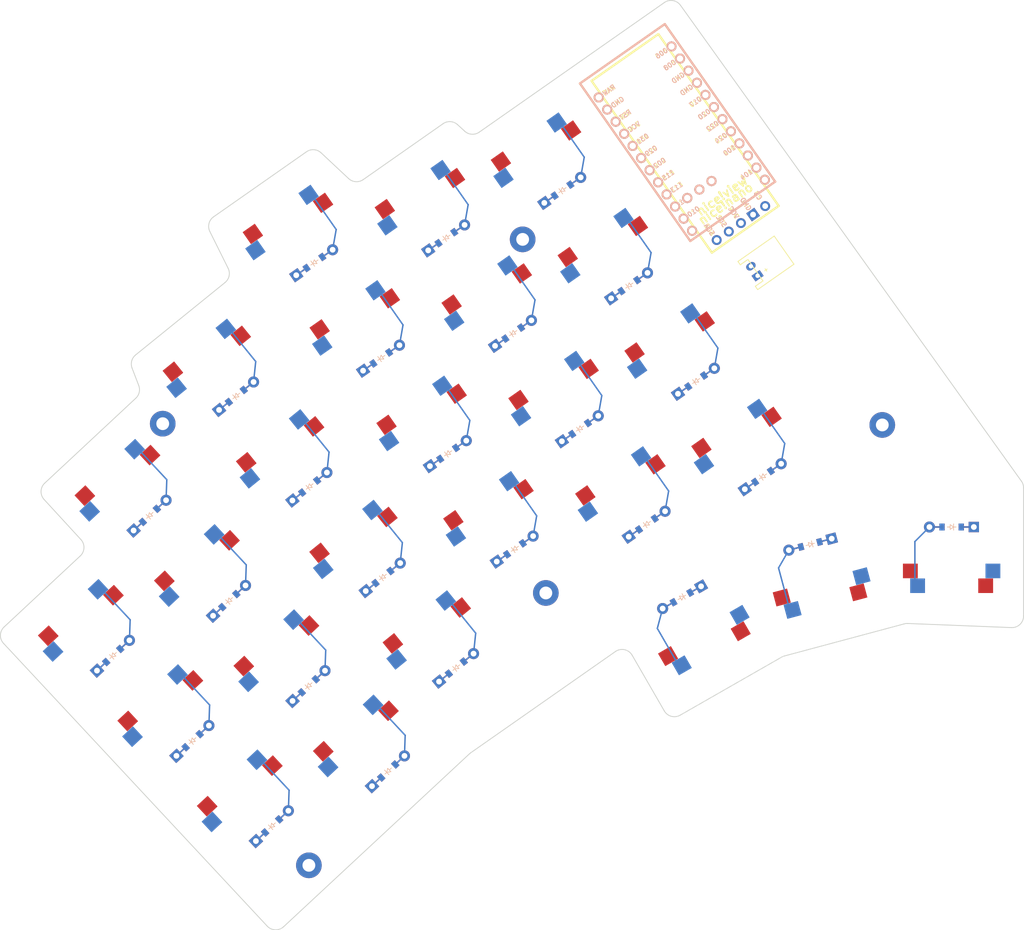
<source format=kicad_pcb>
(kicad_pcb (version 20241229) (generator "pcbnew") (generator_version "9.0")
  (title_block (title "proto1") (rev "v1.0.0") (company "Unknown"))
  (layers (0 "F.Cu" signal) (2 "B.Cu" signal) (13 "F.Paste" user) (15 "B.Paste" user) (5 "F.SilkS" user) (7 "B.SilkS" user) (1 "F.Mask" user) (3 "B.Mask" user) (25 "Edge.Cuts" user))
  (net 0 "")
  (net 1 "P113")
  (net 2 "outer_home")
  (net 3 "outer_num")
  (net 4 "outer_top")
  (net 5 "P111")
  (net 6 "pinky_bottom")
  (net 7 "pinky_home")
  (net 8 "pinky_num")
  (net 9 "pinky_top")
  (net 10 "P010")
  (net 11 "ring_bottom")
  (net 12 "ring_home")
  (net 13 "ring_num")
  (net 14 "ring_top")
  (net 15 "P009")
  (net 16 "middle_bottom")
  (net 17 "middle_home")
  (net 18 "middle_num")
  (net 19 "middle_top")
  (net 20 "P104")
  (net 21 "index_bottom")
  (net 22 "index_home")
  (net 23 "index_num")
  (net 24 "index_top")
  (net 25 "P008")
  (net 26 "inner_bottom")
  (net 27 "inner_home")
  (net 28 "inner_num")
  (net 29 "inner_top")
  (net 30 "layer_cluster")
  (net 31 "layer2_cluster")
  (net 32 "space_cluster")
  (net 33 "P002")
  (net 34 "P029")
  (net 35 "P031")
  (net 36 "P115")
  (net 37 "P106")
  (net 38 "RAW")
  (net 39 "GND")
  (net 40 "RST")
  (net 41 "VCC")
  (net 42 "P006")
  (net 43 "P017")
  (net 44 "P020")
  (net 45 "P022")
  (net 46 "P024")
  (net 47 "P100")
  (net 48 "P011")
  (net 49 "P101")
  (net 50 "P102")
  (net 51 "P107")
  (footprint "ComboDiode" (layer "F.Cu") (at 166.581264 103.085917 39)
    (property "Reference" "D11" (hide yes))
    (property "Value" "" (hide yes))
  )
  (footprint "HOLE_M2" (layer "F.Cu") (at 277.460692 108.062333 35)
    (property "Reference" "_3" (hide yes))
    (property "Value" "")
  )
  (footprint "MX" (layer "F.Cu") (at 266.392153 133.395939 -165)
    (property "Reference" "S25" (hide yes))
    (property "Value" "" (hide yes))
  )
  (footprint "MX" (layer "F.Cu") (at 155.677643 158.602511 43)
    (property "Reference" "S2" (hide yes))
    (property "Value" "" (hide yes))
  )
  (footprint "HOLE_M2" (layer "F.Cu") (at 179.036092 183.651362 43)
    (property "Reference" "_1" (hide yes))
    (property "Value" "")
  )
  (footprint "MX" (layer "F.Cu") (at 177.120805 76.081213 35)
    (property "Reference" "S15" (hide yes))
    (property "Value" "" (hide yes))
  )
  (footprint "ComboDiode" (layer "F.Cu") (at 204.340472 149.714671 39)
    (property "Reference" "D8" (hide yes))
    (property "Value" "" (hide yes))
  )
  (footprint "MX" (layer "F.Cu") (at 245.556322 141.999361 -150)
    (property "Reference" "S24" (hide yes))
    (property "Value" "" (hide yes))
  )
  (footprint "JST_PH_S2B-PH-K_02x2.00mm_Angled" (layer "F.Cu") (at 255.481123 81.641071 125)
    (property "Reference" "JST1" (hide yes))
    (property "Value" "" (hide yes))
  )
  (footprint "MX" (layer "F.Cu") (at 188.592338 92.464244 35)
    (property "Reference" "S14" (hide yes))
    (property "Value" "" (hide yes))
  )
  (footprint "MX" (layer "F.Cu") (at 175.605464 149.180614 43)
    (property "Reference" "S5" (hide yes))
    (property "Value" "" (hide yes))
  )
  (footprint "MX" (layer "F.Cu") (at 222.71504 104.584132 35)
    (property "Reference" "S17" (hide yes))
    (property "Value" "" (hide yes))
  )
  (footprint "MX" (layer "F.Cu") (at 148.32553 119.926468 43)
    (property "Reference" "S7" (hide yes))
    (property "Value" "" (hide yes))
  )
  (footprint "ComboDiode" (layer "F.Cu") (at 191.754065 134.171751 39)
    (property "Reference" "D9" (hide yes))
    (property "Value" "" (hide yes))
  )
  (footprint "ComboDiode" (layer "F.Cu") (at 179.015467 152.837382 43)
    (property "Reference" "D5" (hide yes))
    (property "Value" "" (hide yes))
  )
  (footprint "ComboDiode" (layer "F.Cu") (at 243.056323 137.669237 -150)
    (property "Reference" "D24" (hide yes))
    (property "Value" "" (hide yes))
  )
  (footprint "MX" (layer "F.Cu") (at 254.113232 112.813041 35)
    (property "Reference" "S20" (hide yes))
    (property "Value" "" (hide yes))
  )
  (footprint "MX" (layer "F.Cu") (at 176.021049 114.743112 39)
    (property "Reference" "S10" (hide yes))
    (property "Value" "" (hide yes))
  )
  (footprint "ComboDiode" (layer "F.Cu") (at 145.447671 147.632192 43)
    (property "Reference" "D3" (hide yes))
    (property "Value" "" (hide yes))
  )
  (footprint "ComboDiode" (layer "F.Cu") (at 225.582917 108.679889 35)
    (property "Reference" "D17" (hide yes))
    (property "Value" "" (hide yes))
  )
  (footprint "ComboDiode" (layer "F.Cu") (at 234.038065 84.142717 35)
    (property "Reference" "D22" (hide yes))
    (property "Value" "" (hide yes))
  )
  (footprint "ComboDiode" (layer "F.Cu") (at 245.509601 100.525757 35)
    (property "Reference" "D21" (hide yes))
    (property "Value" "" (hide yes))
  )
  (footprint "MX" (layer "F.Cu") (at 219.698664 63.663918 35)
    (property "Reference" "S23" (hide yes))
    (property "Value" "" (hide yes))
  )
  (footprint "MX" (layer "F.Cu") (at 211.535381 125.23033 35)
    (property "Reference" "S12" (hide yes))
    (property "Value" "" (hide yes))
  )
  (footprint "HOLE_M2" (layer "F.Cu") (at 215.727126 76.211018 35)
    (property "Reference" "_4" (hide yes))
    (property "Value" "")
  )
  (footprint "MX" (layer "F.Cu") (at 234.186558 120.967173 35)
    (property "Reference" "S16" (hide yes))
    (property "Value" "" (hide yes))
  )
  (footprint "MX" (layer "F.Cu") (at 201.193868 145.828946 39)
    (property "Reference" "S8" (hide yes))
    (property "Value" "" (hide yes))
  )
  (footprint "ComboDiode" (layer "F.Cu") (at 172.727616 176.886352 43)
    (property "Reference" "D1" (hide yes))
    (property "Value" "" (hide yes))
  )
  (footprint "nice_nano" (layer "F.Cu") (at 243.046102 58.913215 -55)
    (property "Reference" "MCU1" (hide yes))
    (property "Value" "nice_nano" (hide yes))
  )
  (footprint "ComboDiode" (layer "F.Cu") (at 159.087644 162.259269 43)
    (property "Reference" "D2" (hide yes))
    (property "Value" "" (hide yes))
  )
  (footprint "MX" (layer "F.Cu") (at 200.063857 108.847294 35)
    (property "Reference" "S13" (hide yes))
    (property "Value" "" (hide yes))
  )
  (footprint "ComboDiode" (layer "F.Cu") (at 214.403281 129.326102 35)
    (property "Reference" "D12" (hide yes))
    (property "Value" "" (hide yes))
  )
  (footprint "ComboDiode" (layer "F.Cu") (at 179.988691 80.176966 35)
    (property "Reference" "D15" (hide yes))
    (property "Value" "" (hide yes))
  )
  (footprint "ComboDiode" (layer "F.Cu") (at 202.931748 112.943058 35)
    (property "Reference" "D13" (hide yes))
    (property "Value" "" (hide yes))
  )
  (footprint "ComboDiode" (layer "F.Cu") (at 202.639854 75.913813 35)
    (property "Reference" "D19" (hide yes))
    (property "Value" "" (hide yes))
  )
  (footprint "ComboDiode" (layer "F.Cu") (at 179.167657 118.628831 39)
    (property "Reference" "D10" (hide yes))
    (property "Value" "" (hide yes))
  )
  (footprint "ComboDiode" (layer "F.Cu") (at 214.111387 92.296848 35)
    (property "Reference" "D18" (hide yes))
    (property "Value" "" (hide yes))
  )
  (footprint "MX" (layer "F.Cu") (at 189.24544 163.807683 43)
    (property "Reference" "S4" (hide yes))
    (property "Value" "" (hide yes))
  )
  (footprint "ComboDiode" (layer "F.Cu") (at 151.735522 123.583228 43)
    (property "Reference" "D7" (hide yes))
    (property "Value" "" (hide yes))
  )
  (footprint "HOLE_M2" (layer "F.Cu") (at 219.708855 136.903252 35)
    (property "Reference" "_2" (hide yes))
    (property "Value" "")
  )
  (footprint "MX" (layer "F.Cu") (at 231.170181 80.046958 35)
    (property "Reference" "S22" (hide yes))
    (property "Value" "" (hide yes))
  )
  (footprint "MX" (layer "F.Cu") (at 188.607458 130.286023 39)
    (property "Reference" "S9" (hide yes))
    (property "Value" "" (hide yes))
  )
  (footprint "MX" (layer "F.Cu") (at 169.317622 173.22957 43)
    (property "Reference" "S1" (hide yes))
    (property "Value" "" (hide yes))
  )
  (footprint "ComboDiode" (layer "F.Cu") (at 265.09805 128.566318 -165)
    (property "Reference" "D25" (hide yes))
    (property "Value" "" (hide yes))
  )
  (footprint "MX" (layer "F.Cu") (at 142.03768 143.975431 43)
    (property "Reference" "S3" (hide yes))
    (property "Value" "" (hide yes))
  )
  (footprint "ComboDiode" (layer "F.Cu") (at 191.46022 96.560009 35)
    (property "Reference" "D14" (hide yes))
    (property "Value" "" (hide yes))
  )
  (footprint "HOLE_M2" (layer "F.Cu") (at 153.947766 107.847015 43)
    (property "Reference" "_5" (hide yes))
    (property "Value" "")
  )
  (footprint "ComboDiode" (layer "F.Cu") (at 192.655433 167.464451 43)
    (property "Reference" "D4" (hide yes))
    (property "Value" "" (hide yes))
  )
  (footprint "ComboDiode" (layer "F.Cu") (at 165.375484 138.210316 43)
    (property "Reference" "D6" (hide yes))
    (property "Value" "" (hide yes))
  )
  (footprint "MX" (layer "F.Cu") (at 163.434652 99.200188 39)
    (property "Reference" "S11" (hide yes))
    (property "Value" "" (hide yes))
  )
  (footprint "ComboDiode" (layer "F.Cu") (at 237.054441 125.06293 35)
    (property "Reference" "D16" (hide yes))
    (property "Value" "" (hide yes))
  )
  (footprint "MX" (layer "F.Cu") (at 161.965501 134.553524 43)
    (property "Reference" "S6" (hide yes))
    (property "Value" "" (hide yes))
  )
  (footprint "ComboDiode" (layer "F.Cu") (at 256.981127 116.908802 35)
    (property "Reference" "D20" (hide yes))
    (property "Value" "" (hide yes))
  )
  (footprint "MX" (layer "F.Cu") (at 199.771977 71.81805 35)
    (property "Reference" "S19" (hide yes))
    (property "Value" "" (hide yes))
  )
  (footprint "ComboDiode" (layer "F.Cu") (at 289.363406 125.581814 180)
    (property "Reference" "D26" (hide yes))
    (property "Value" "" (hide yes))
  )
  (footprint "MX" (layer "F.Cu") (at 289.363402 130.581808 180)
    (property "Reference" "S26" (hide yes))
    (property "Value" "" (hide yes))
  )
  (footprint "lib:niceView_headers" (layer "F.Cu") (at 253.94406 74.477103 125)
    (property "Reference" "niceView1" (hide yes))
    (property "Value" "niceView" (hide yes))
  )
  (footprint "ComboDiode" (layer "F.Cu") (at 222.566538 67.759681 35)
    (property "Reference" "D23" (hide yes))
    (property "Value" "" (hide yes))
  )
  (footprint "MX" (layer "F.Cu") (at 211.243507 88.201092 35)
    (property "Reference" "S18" (hide yes))
    (property "Value" "" (hide yes))
  )
  (footprint "MX" (layer "F.Cu") (at 242.641708 96.429996 35)
    (property "Reference" "S21" (hide yes))
    (property "Value" "" (hide yes))
  )
  (gr_arc (start 301.33922 117.709524) (mid 301.617558 118.262597) (end 301.7134 118.874296) (stroke (width 0.15)) (layer "Edge.Cuts"))
  (gr_arc (start 202.0627 56.358263) (mid 203.341273 56.000886) (end 204.561942 56.522837) (stroke (width 0.15)) (layer "Edge.Cuts"))
  (gr_arc (start 208.278716 57.804452) (mid 207.000144 58.161835) (end 205.779476 57.639884) (stroke (width 0.15)) (layer "Edge.Cuts"))
  (gr_arc (start 162.038912 74.86403) (mid 161.891499 73.480189) (end 162.682544 72.335202) (stroke (width 0.15)) (layer "Edge.Cuts"))
  (gr_arc (start 174.705958 194.187075) (mid 173.272675 194.721613) (end 171.880861 194.086876) (stroke (width 0.15)) (layer "Edge.Cuts"))
  (gr_line (start 240.039834 157.144516) (end 234.526959 147.595949) (stroke (width 0.15)) (layer "Edge.Cuts"))
  (gr_line (start 149.830652 101.296704) (end 148.689017 98.311409) (stroke (width 0.15)) (layer "Edge.Cuts"))
  (gr_arc (start 240.049781 35.558112) (mid 241.533585 35.224956) (end 242.822749 36.031634) (stroke (width 0.15)) (layer "Edge.Cuts"))
  (gr_line (start 231.648158 146.957375) (end 206.814202 164.337519) (stroke (width 0.15)) (layer "Edge.Cuts"))
  (gr_line (start 139.902031 127.733691) (end 133.590245 120.862267) (stroke (width 0.15)) (layer "Edge.Cuts"))
  (gr_arc (start 242.765082 157.880466) (mid 241.250465 158.075336) (end 240.039834 157.144516) (stroke (width 0.15)) (layer "Edge.Cuts"))
  (gr_line (start 165.175638 81.171738) (end 162.038913 74.86403) (stroke (width 0.15)) (layer "Edge.Cuts"))
  (gr_line (start 149.298448 96.042737) (end 164.643473 83.616568) (stroke (width 0.15)) (layer "Edge.Cuts"))
  (gr_arc (start 301.71341 140.850699) (mid 301.099237 142.292736) (end 299.633932 142.849119) (stroke (width 0.15)) (layer "Edge.Cuts"))
  (gr_line (start 204.561942 56.522837) (end 205.779476 57.639884) (stroke (width 0.15)) (layer "Edge.Cuts"))
  (gr_arc (start 139.90203 127.73369) (mid 140.427616 129.16396) (end 139.793112 130.549356) (stroke (width 0.15)) (layer "Edge.Cuts"))
  (gr_line (start 281.224249 142.207348) (end 260.662755 147.716788) (stroke (width 0.15)) (layer "Edge.Cuts"))
  (gr_arc (start 165.175639 81.171735) (mid 165.339085 82.487647) (end 164.643473 83.616568) (stroke (width 0.15)) (layer "Edge.Cuts"))
  (gr_arc (start 231.648157 146.957379) (mid 233.228026 146.643412) (end 234.526959 147.595949) (stroke (width 0.15)) (layer "Edge.Cuts"))
  (gr_line (start 162.682544 72.335202) (end 178.619732 61.175857) (stroke (width 0.15)) (layer "Edge.Cuts"))
  (gr_line (start 206.598573 164.511905) (end 174.705955 194.187073) (stroke (width 0.15)) (layer "Edge.Cuts"))
  (gr_line (start 133.699167 118.04659) (end 149.326594 103.473792) (stroke (width 0.15)) (layer "Edge.Cuts"))
  (gr_arc (start 178.619732 61.175857) (mid 179.908339 60.819167) (end 181.133729 61.354104) (stroke (width 0.15)) (layer "Edge.Cuts"))
  (gr_line (start 208.278714 57.804454) (end 240.049781 35.558114) (stroke (width 0.15)) (layer "Edge.Cuts"))
  (gr_line (start 242.822749 36.031634) (end 301.339222 117.709525) (stroke (width 0.15)) (layer "Edge.Cuts"))
  (gr_line (start 126.727498 142.733247) (end 139.793112 130.549356) (stroke (width 0.15)) (layer "Edge.Cuts"))
  (gr_arc (start 260.187201 147.91268) (mid 260.418656 147.799385) (end 260.662756 147.716789) (stroke (width 0.15)) (layer "Edge.Cuts"))
  (gr_arc (start 148.689019 98.311407) (mid 148.62556 97.078169) (end 149.298448 96.042737) (stroke (width 0.15)) (layer "Edge.Cuts"))
  (gr_arc (start 188.365635 65.949059) (mid 187.077033 66.305751) (end 185.851653 65.770816) (stroke (width 0.15)) (layer "Edge.Cuts"))
  (gr_line (start 188.365639 65.94906) (end 202.062703 56.358264) (stroke (width 0.15)) (layer "Edge.Cuts"))
  (gr_arc (start 133.590246 120.862267) (mid 133.064664 119.431993) (end 133.699167 118.04659) (stroke (width 0.15)) (layer "Edge.Cuts"))
  (gr_arc (start 126.628776 145.559964) (mid 126.0927 144.126158) (end 126.727498 142.733247) (stroke (width 0.15)) (layer "Edge.Cuts"))
  (gr_line (start 171.880861 194.086876) (end 126.628772 145.559961) (stroke (width 0.15)) (layer "Edge.Cuts"))
  (gr_arc (start 149.830652 101.296704) (mid 149.911047 102.462213) (end 149.326594 103.473792) (stroke (width 0.15)) (layer "Edge.Cuts"))
  (gr_arc (start 281.224249 142.207348) (mid 281.520294 142.151511) (end 281.821367 142.140787) (stroke (width 0.15)) (layer "Edge.Cuts"))
  (gr_line (start 181.133729 61.354104) (end 185.851653 65.770816) (stroke (width 0.15)) (layer "Edge.Cuts"))
  (gr_line (start 301.7134 118.874296) (end 301.713408 140.850701) (stroke (width 0.15)) (layer "Edge.Cuts"))
  (gr_line (start 299.633932 142.849119) (end 281.821367 142.140787) (stroke (width 0.15)) (layer "Edge.Cuts"))
  (gr_arc (start 206.598573 164.511905) (mid 206.703364 164.420973) (end 206.814202 164.337519) (stroke (width 0.15)) (layer "Edge.Cuts"))
  (gr_line (start 260.187201 147.91268) (end 242.765079 157.880467) (stroke (width 0.15)) (layer "Edge.Cuts"))
  (segment (start 173.934339 175.761044) (end 175.514071 174.287937) (width 0.25) (layer "F.Cu") (net 2))
  (segment (start 175.514078 174.287941) (end 175.637309 170.758929) (width 0.25) (layer "B.Cu") (net 2))
  (segment (start 173.934348 175.761049) (end 175.514076 174.287939) (width 0.25) (layer "B.Cu") (net 2))
  (segment (start 175.637309 170.758929) (end 170.78271 165.553001) (width 0.25) (layer "B.Cu") (net 2))
  (segment (start 170.78271 165.553001) (end 170.125639 165.530061) (width 0.25) (layer "B.Cu") (net 2))
  (segment (start 161.8741 159.660855) (end 160.294366 161.133973) (width 0.25) (layer "F.Cu") (net 3))
  (segment (start 161.874102 159.660857) (end 160.294373 161.133974) (width 0.25) (layer "B.Cu") (net 3))
  (segment (start 157.142731 150.925938) (end 156.485658 150.902998) (width 0.25) (layer "B.Cu") (net 3))
  (segment (start 161.8741 159.660859) (end 161.997333 156.131871) (width 0.25) (layer "B.Cu") (net 3))
  (segment (start 161.997333 156.131871) (end 157.142731 150.925938) (width 0.25) (layer "B.Cu") (net 3))
  (segment (start 146.6544 146.506896) (end 148.234139 145.033787) (width 0.25) (layer "F.Cu") (net 4))
  (segment (start 148.234133 145.033778) (end 148.241581 145.026827) (width 0.25) (layer "F.Cu") (net 4))
  (segment (start 148.241581 145.026827) (end 148.45057 145.034128) (width 0.25) (layer "F.Cu") (net 4))
  (segment (start 148.357367 141.504793) (end 143.50276 136.298865) (width 0.25) (layer "B.Cu") (net 4))
  (segment (start 148.234133 145.033778) (end 148.357367 141.504793) (width 0.25) (layer "B.Cu") (net 4))
  (segment (start 146.654403 146.506899) (end 148.234133 145.033782) (width 0.25) (layer "B.Cu") (net 4))
  (segment (start 143.50276 136.298865) (end 142.845695 136.275923) (width 0.25) (layer "B.Cu") (net 4))
  (segment (start 193.862154 166.339145) (end 195.441882 164.866035) (width 0.25) (layer "F.Cu") (net 6))
  (segment (start 190.710521 156.131119) (end 190.053453 156.108175) (width 0.25) (layer "B.Cu") (net 6))
  (segment (start 195.441887 164.866041) (end 195.565125 161.33704) (width 0.25) (layer "B.Cu") (net 6))
  (segment (start 195.565125 161.33704) (end 190.710521 156.131119) (width 0.25) (layer "B.Cu") (net 6))
  (segment (start 193.862159 166.339151) (end 195.441888 164.866037) (width 0.25) (layer "B.Cu") (net 6))
  (segment (start 181.801914 150.238969) (end 180.222193 151.712074) (width 0.25) (layer "F.Cu") (net 7))
  (segment (start 181.925156 146.709984) (end 177.070546 141.504049) (width 0.25) (layer "B.Cu") (net 7))
  (segment (start 181.801918 150.238966) (end 180.222194 151.712078) (width 0.25) (layer "B.Cu") (net 7))
  (segment (start 181.801923 150.238968) (end 181.925156 146.709984) (width 0.25) (layer "B.Cu") (net 7))
  (segment (start 177.070546 141.504049) (end 176.413479 141.481106) (width 0.25) (layer "B.Cu") (net 7))
  (segment (start 166.582224 137.085012) (end 168.16195 135.611894) (width 0.25) (layer "F.Cu") (net 8))
  (segment (start 166.582222 137.08501) (end 168.161947 135.611893) (width 0.25) (layer "B.Cu") (net 8))
  (segment (start 168.285178 132.082884) (end 163.430582 126.87696) (width 0.25) (layer "B.Cu") (net 8))
  (segment (start 163.430582 126.87696) (end 162.773513 126.854013) (width 0.25) (layer "B.Cu") (net 8))
  (segment (start 168.161943 135.611901) (end 168.285178 132.082884) (width 0.25) (layer "B.Cu") (net 8))
  (segment (start 154.521983 120.984807) (end 152.942251 122.457934) (width 0.25) (layer "F.Cu") (net 9))
  (segment (start 154.521984 120.984815) (end 154.645215 117.455821) (width 0.25) (layer "B.Cu") (net 9))
  (segment (start 154.521982 120.984806) (end 152.942249 122.457931) (width 0.25) (layer "B.Cu") (net 9))
  (segment (start 154.645215 117.455821) (end 149.790613 112.249904) (width 0.25) (layer "B.Cu") (net 9))
  (segment (start 149.790613 112.249904) (end 149.133547 112.226955) (width 0.25) (layer "B.Cu") (net 9))
  (segment (start 207.301389 147.316956) (end 205.622761 148.676298) (width 0.25) (layer "F.Cu") (net 11))
  (segment (start 203.190872 138.273277) (end 202.537006 138.204553) (width 0.25) (layer "B.Cu") (net 11))
  (segment (start 207.301399 147.316959) (end 207.670501 143.805165) (width 0.25) (layer "B.Cu") (net 11))
  (segment (start 207.670501 143.805165) (end 203.190872 138.273277) (width 0.25) (layer "B.Cu") (net 11))
  (segment (start 207.301397 147.316961) (end 205.622763 148.676292) (width 0.25) (layer "B.Cu") (net 11))
  (segment (start 193.036355 133.133375) (end 194.714984 131.774045) (width 0.25) (layer "F.Cu") (net 12))
  (segment (start 190.604462 122.73036) (end 189.950599 122.661634) (width 0.25) (layer "B.Cu") (net 12))
  (segment (start 195.084098 128.262245) (end 190.604462 122.73036) (width 0.25) (layer "B.Cu") (net 12))
  (segment (start 194.714991 131.774041) (end 195.084098 128.262245) (width 0.25) (layer "B.Cu") (net 12))
  (segment (start 193.036357 133.133375) (end 194.714986 131.774043) (width 0.25) (layer "B.Cu") (net 12))
  (segment (start 182.128588 116.23113) (end 180.449944 117.59046) (width 0.25) (layer "F.Cu") (net 13))
  (segment (start 182.128588 116.231126) (end 182.497689 112.719338) (width 0.25) (layer "B.Cu") (net 13))
  (segment (start 182.128587 116.231128) (end 180.449944 117.590457) (width 0.25) (layer "B.Cu") (net 13))
  (segment (start 182.497689 112.719338) (end 178.018052 107.187446) (width 0.25) (layer "B.Cu") (net 13))
  (segment (start 178.018052 107.187446) (end 177.364188 107.118725) (width 0.25) (layer "B.Cu") (net 13))
  (segment (start 167.863549 102.047544) (end 169.542173 100.688202) (width 0.25) (layer "F.Cu") (net 14))
  (segment (start 169.542187 100.688204) (end 169.911292 97.176414) (width 0.25) (layer "B.Cu") (net 14))
  (segment (start 169.911292 97.176414) (end 165.431653 91.644523) (width 0.25) (layer "B.Cu") (net 14))
  (segment (start 165.431653 91.644523) (end 164.77779 91.5758) (width 0.25) (layer "B.Cu") (net 14))
  (segment (start 167.863549 102.047545) (end 169.542179 100.688208) (width 0.25) (layer "B.Cu") (net 14))
  (segment (start 215.754873 128.379681) (end 217.524249 127.140768) (width 0.25) (layer "F.Cu") (net 16))
  (segment (start 217.524246 127.140777) (end 218.13742 123.663283) (width 0.25) (layer "B.Cu") (net 16))
  (segment (start 215.754884 128.379697) (end 217.524249 127.140775) (width 0.25) (layer "B.Cu") (net 16))
  (segment (start 214.054579 117.832374) (end 213.407098 117.718209) (width 0.25) (layer "B.Cu") (net 16))
  (segment (start 218.13742 123.663283) (end 214.054579 117.832374) (width 0.25) (layer "B.Cu") (net 16))
  (segment (start 206.052715 110.757724) (end 204.283341 111.996653) (width 0.25) (layer "F.Cu") (net 17))
  (segment (start 206.665896 107.280237) (end 202.583057 101.449338) (width 0.25) (layer "B.Cu") (net 17))
  (segment (start 206.052716 110.757732) (end 206.665896 107.280237) (width 0.25) (layer "B.Cu") (net 17))
  (segment (start 206.052715 110.757734) (end 204.283344 111.996657) (width 0.25) (layer "B.Cu") (net 17))
  (segment (start 202.583057 101.449338) (end 201.935573 101.335168) (width 0.25) (layer "B.Cu") (net 17))
  (segment (start 194.581187 94.374683) (end 192.811816 95.613612) (width 0.25) (layer "F.Cu") (net 18))
  (segment (start 191.111536 85.066287) (end 190.464057 84.952116) (width 0.25) (layer "B.Cu") (net 18))
  (segment (start 194.581189 94.374678) (end 192.811813 95.613606) (width 0.25) (layer "B.Cu") (net 18))
  (segment (start 194.581185 94.374685) (end 195.194364 90.897175) (width 0.25) (layer "B.Cu") (net 18))
  (segment (start 195.194364 90.897175) (end 191.111536 85.066287) (width 0.25) (layer "B.Cu") (net 18))
  (segment (start 183.109656 77.991639) (end 181.340294 79.230577) (width 0.25) (layer "F.Cu") (net 19))
  (segment (start 183.72284 74.514145) (end 179.64 68.683253) (width 0.25) (layer "B.Cu") (net 19))
  (segment (start 181.340292 79.230566) (end 183.109657 77.991637) (width 0.25) (layer "B.Cu") (net 19))
  (segment (start 183.109665 77.99164) (end 183.72284 74.514145) (width 0.25) (layer "B.Cu") (net 19))
  (segment (start 179.64 68.683253) (end 178.992522 68.569084) (width 0.25) (layer "B.Cu") (net 19))
  (segment (start 240.17541 122.877602) (end 238.40604 124.116531) (width 0.25) (layer "F.Cu") (net 21))
  (segment (start 240.175414 122.877601) (end 238.406036 124.11653) (width 0.25) (layer "B.Cu") (net 21))
  (segment (start 240.175413 122.877602) (end 240.788586 119.400103) (width 0.25) (layer "B.Cu") (net 21))
  (segment (start 240.788586 119.400103) (end 236.705754 113.569215) (width 0.25) (layer "B.Cu") (net 21))
  (segment (start 236.705754 113.569215) (end 236.058274 113.455044) (width 0.25) (layer "B.Cu") (net 21))
  (segment (start 226.93451 107.733492) (end 228.70388 106.494563) (width 0.25) (layer "F.Cu") (net 22))
  (segment (start 229.317067 103.017056) (end 225.234236 97.186175) (width 0.25) (layer "B.Cu") (net 22))
  (segment (start 225.234236 97.186175) (end 224.586758 97.072003) (width 0.25) (layer "B.Cu") (net 22))
  (segment (start 228.703882 106.494566) (end 229.317067 103.017056) (width 0.25) (layer "B.Cu") (net 22))
  (segment (start 226.934514 107.733492) (end 228.703879 106.494563) (width 0.25) (layer "B.Cu") (net 22))
  (segment (start 217.232353 90.111523) (end 215.462986 91.35044) (width 0.25) (layer "F.Cu") (net 23))
  (segment (start 217.232357 90.111519) (end 215.462986 91.350439) (width 0.25) (layer "B.Cu") (net 23))
  (segment (start 217.852316 86.59554) (end 213.801183 80.809916) (width 0.25) (layer "B.Cu") (net 23))
  (segment (start 213.801183 80.809916) (end 213.115224 80.688966) (width 0.25) (layer "B.Cu") (net 23))
  (segment (start 217.232356 90.11152) (end 217.852316 86.59554) (width 0.25) (layer "B.Cu") (net 23))
  (segment (start 203.991453 74.967413) (end 205.760821 73.728475) (width 0.25) (layer "F.Cu") (net 24))
  (segment (start 202.291176 64.420094) (end 201.643691 64.305926) (width 0.25) (layer "B.Cu") (net 24))
  (segment (start 203.991457 74.967405) (end 205.760833 73.728483) (width 0.25) (layer "B.Cu") (net 24))
  (segment (start 206.374002 70.25098) (end 202.291176 64.420094) (width 0.25) (layer "B.Cu") (net 24))
  (segment (start 205.760827 73.72849) (end 206.374002 70.25098) (width 0.25) (layer "B.Cu") (net 24))
  (segment (start 260.102087 114.723471) (end 258.332724 115.962404) (width 0.25) (layer "F.Cu") (net 26))
  (segment (start 256.632431 105.415083) (end 255.98495 105.300917) (width 0.25) (layer "B.Cu") (net 26))
  (segment (start 260.102093 114.723475) (end 260.715269 111.245981) (width 0.25) (layer "B.Cu") (net 26))
  (segment (start 260.102086 114.723481) (end 258.332723 115.962398) (width 0.25) (layer "B.Cu") (net 26))
  (segment (start 260.715269 111.245981) (end 256.632431 105.415083) (width 0.25) (layer "B.Cu") (net 26))
  (segment (start 246.861193 99.579371) (end 248.630563 98.34043) (width 0.25) (layer "F.Cu") (net 27))
  (segment (start 246.861199 99.579363) (end 248.630565 98.340431) (width 0.25) (layer "B.Cu") (net 27))
  (segment (start 245.160911 89.032032) (end 244.513427 88.917868) (width 0.25) (layer "B.Cu") (net 27))
  (segment (start 249.243746 94.862935) (end 245.160911 89.032032) (width 0.25) (layer "B.Cu") (net 27))
  (segment (start 248.630571 98.340428) (end 249.243746 94.862935) (width 0.25) (layer "B.Cu") (net 27))
  (segment (start 237.159032 81.957395) (end 235.389669 83.196317) (width 0.25) (layer "F.Cu") (net 28))
  (segment (start 233.689376 72.648996) (end 233.041898 72.534834) (width 0.25) (layer "B.Cu") (net 28))
  (segment (start 237.159032 81.957394) (end 235.389663 83.19632) (width 0.25) (layer "B.Cu") (net 28))
  (segment (start 237.772213 78.479889) (end 233.689376 72.648996) (width 0.25) (layer "B.Cu") (net 28))
  (segment (start 237.159035 81.95739) (end 237.772213 78.479889) (width 0.25) (layer "B.Cu") (net 28))
  (segment (start 223.918134 66.813272) (end 225.687503 65.574356) (width 0.25) (layer "F.Cu") (net 29))
  (segment (start 223.918138 66.813284) (end 225.687509 65.574359) (width 0.25) (layer "B.Cu") (net 29))
  (segment (start 225.687508 65.574356) (end 226.300688 62.09684) (width 0.25) (layer "B.Cu") (net 29))
  (segment (start 226.300688 62.09684) (end 222.217861 56.265962) (width 0.25) (layer "B.Cu") (net 29))
  (segment (start 222.217861 56.265962) (end 221.570383 56.151793) (width 0.25) (layer "B.Cu") (net 29))
  (segment (start 239.756769 139.574239) (end 241.627389 138.494236) (width 0.25) (layer "F.Cu") (net 30))
  (segment (start 239.756764 139.574244) (end 241.62738 138.49424) (width 0.25) (layer "B.Cu") (net 30))
  (segment (start 239.756765 139.574239) (end 238.842838 142.98506) (width 0.25) (layer "B.Cu") (net 30))
  (segment (start 238.842838 142.98506) (end 242.401938 149.149603) (width 0.25) (layer "B.Cu") (net 30))
  (segment (start 242.401938 149.149603) (end 243.037002 149.319768) (width 0.25) (layer "B.Cu") (net 30))
  (segment (start 261.417883 129.552422) (end 263.504279 128.993374) (width 0.25) (layer "F.Cu") (net 31))
  (segment (start 261.494631 139.486127) (end 262.064015 139.81486) (width 0.25) (layer "B.Cu") (net 31))
  (segment (start 261.417879 129.55242) (end 263.504272 128.993376) (width 0.25) (layer "B.Cu") (net 31))
  (segment (start 261.417876 129.552417) (end 259.652304 132.610471) (width 0.25) (layer "B.Cu") (net 31))
  (segment (start 259.652304 132.610471) (end 261.494631 139.486127) (width 0.25) (layer "B.Cu") (net 31))
  (segment (start 287.7134 125.581805) (end 287.713405 125.581806) (width 0.25) (layer "F.Cu") (net 32))
  (segment (start 285.553413 125.581803) (end 287.7134 125.581805) (width 0.25) (layer "F.Cu") (net 32))
  (segment (start 283.056501 128.078717) (end 283.056501 135.196905) (width 0.25) (layer "B.Cu") (net 32))
  (segment (start 287.713403 125.581811) (end 287.713403 125.581809) (width 0.25) (layer "B.Cu") (net 32))
  (segment (start 283.056501 135.196905) (end 283.521404 135.661808) (width 0.25) (layer "B.Cu") (net 32))
  (segment (start 285.553406 125.581812) (end 283.056501 128.078717) (width 0.25) (layer "B.Cu") (net 32))
  (segment (start 285.553408 125.581807) (end 287.713403 125.581811) (width 0.25) (layer "B.Cu") (net 32))
  (segment (start 242.388635 102.71109) (end 244.157994 101.472154) (width 0.25) (layer "F.Cu") (net 33))
  (segment (start 201.580141 113.889462) (end 199.810779 115.128376) (width 0.25) (layer "F.Cu") (net 33))
  (segment (start 222.461934 110.865214) (end 224.231308 109.626289) (width 0.25) (layer "F.Cu") (net 33))
  (segment (start 169.941143 179.484763) (end 171.520871 178.011652) (width 0.25) (layer "F.Cu") (net 33))
  (segment (start 188.793135 136.569474) (end 190.471775 135.210139) (width 0.25) (layer "F.Cu") (net 33))
  (segment (start 177.808726 153.96267) (end 176.228996 155.435792) (width 0.25) (layer "F.Cu") (net 33))
  (segment (start 242.388635 102.711085) (end 244.157998 101.472154) (width 0.25) (layer "B.Cu") (net 33))
  (segment (start 201.580148 113.88946) (end 199.810779 115.128382) (width 0.25) (layer "B.Cu") (net 33))
  (segment (start 188.793136 136.569469) (end 190.471776 135.210127) (width 0.25) (layer "B.Cu") (net 33))
  (segment (start 177.808727 153.962673) (end 176.229 155.435792) (width 0.25) (layer "B.Cu") (net 33))
  (segment (start 169.94115 179.484763) (end 171.520878 178.011649) (width 0.25) (layer "B.Cu") (net 33))
  (segment (start 222.461938 110.865216) (end 224.231314 109.626288) (width 0.25) (layer "B.Cu") (net 33))
  (segment (start 212.759789 93.243246) (end 210.990419 94.482175) (width 0.25) (layer "F.Cu") (net 34))
  (segment (start 232.686475 85.089121) (end 230.917101 86.32805) (width 0.25) (layer "F.Cu") (net 34))
  (segment (start 190.108614 97.506408) (end 188.339248 98.745341) (width 0.25) (layer "F.Cu") (net 34))
  (segment (start 177.885359 119.667224) (end 176.20673 121.026548) (width 0.25) (layer "F.Cu") (net 34))
  (segment (start 157.880916 163.384571) (end 156.301178 164.857692) (width 0.25) (layer "F.Cu") (net 34))
  (segment (start 162.58904 140.808714) (end 164.168761 139.335594) (width 0.25) (layer "F.Cu") (net 34))
  (segment (start 177.885359 119.667217) (end 176.206732 121.026546) (width 0.25) (layer "B.Cu") (net 34))
  (segment (start 162.589034 140.808721) (end 164.168761 139.335601) (width 0.25) (layer "B.Cu") (net 34))
  (segment (start 190.108611 97.506406) (end 188.33925 98.745335) (width 0.25) (layer "B.Cu") (net 34))
  (segment (start 212.75979 93.24325) (end 210.990418 94.482175) (width 0.25) (layer "B.Cu") (net 34))
  (segment (start 157.880914 163.384566) (end 156.301181 164.85769) (width 0.25) (layer "B.Cu") (net 34))
  (segment (start 232.68646 85.08912) (end 230.917097 86.32805) (width 0.25) (layer "B.Cu") (net 34))
  (segment (start 163.620316 105.483642) (end 165.298957 104.124295) (width 0.25) (layer "F.Cu") (net 35))
  (segment (start 142.661219 150.23061) (end 144.240947 148.757507) (width 0.25) (layer "F.Cu") (net 35))
  (segment (start 219.445569 69.945005) (end 221.214937 68.706078) (width 0.25) (layer "F.Cu") (net 35))
  (segment (start 150.528782 124.708524) (end 148.94907 126.181633) (width 0.25) (layer "F.Cu") (net 35))
  (segment (start 178.63708 81.123372) (end 176.867716 82.362296) (width 0.25) (layer "F.Cu") (net 35))
  (segment (start 199.518891 78.099133) (end 201.288252 76.860206) (width 0.25) (layer "F.Cu") (net 35))
  (segment (start 199.518893 78.099129) (end 201.288258 76.860207) (width 0.25) (layer "B.Cu") (net 35))
  (segment (start 150.528787 124.708525) (end 148.94907 126.181637) (width 0.25) (layer "B.Cu") (net 35))
  (segment (start 142.661222 150.230609) (end 142.66122 150.23061) (width 0.25) (layer "B.Cu") (net 35))
  (segment (start 176.867722 82.362294) (end 178.637086 81.123365) (width 0.25) (layer "B.Cu") (net 35))
  (segment (start 163.620324 105.483641) (end 165.298966 104.124302) (width 0.25) (layer "B.Cu") (net 35))
  (segment (start 219.445567 69.945012) (end 221.214936 68.706088) (width 0.25) (layer "B.Cu") (net 35))
  (segment (start 142.66122 150.23061) (end 144.240944 148.757495) (width 0.25) (layer "B.Cu") (net 35))
  (segment (start 189.868958 170.06286) (end 191.448685 168.58974) (width 0.25) (layer "F.Cu") (net 36))
  (segment (start 203.058181 150.75305) (end 201.379547 152.11239) (width 0.25) (layer "F.Cu") (net 36))
  (segment (start 235.702831 126.009338) (end 233.933468 127.248251) (width 0.25) (layer "F.Cu") (net 36))
  (segment (start 255.629526 117.855195) (end 253.860156 119.09413) (width 0.25) (layer "F.Cu") (net 36))
  (segment (start 211.28231 131.511418) (end 213.051674 130.272499) (width 0.25) (layer "F.Cu") (net 36))
  (segment (start 203.05818 150.75305) (end 201.379545 152.11239) (width 0.25) (layer "B.Cu") (net 36))
  (segment (start 255.629527 117.855196) (end 253.860154 119.094132) (width 0.25) (layer "B.Cu") (net 36))
  (segment (start 211.282307 131.511423) (end 213.051677 130.272499) (width 0.25) (layer "B.Cu") (net 36))
  (segment (start 189.868972 170.062864) (end 191.448693 168.589741) (width 0.25) (layer "B.Cu") (net 36))
  (segment (start 235.702836 126.009334) (end 233.933474 127.248254) (width 0.25) (layer "B.Cu") (net 36))
  (segment (start 291.013405 125.581811) (end 293.173405 125.581804) (width 0.25) (layer "F.Cu") (net 37))
  (segment (start 244.485259 136.844245) (end 246.355879 135.764243) (width 0.25) (layer "F.Cu") (net 37))
  (segment (start 266.691837 128.139272) (end 268.778239 127.58022) (width 0.25) (layer "F.Cu") (net 37))
  (segment (start 293.173405 125.581804) (end 293.173404 125.581804) (width 0.25) (layer "F.Cu") (net 37))
  (segment (start 266.691829 128.139269) (end 268.77823 127.58022) (width 0.25) (layer "B.Cu") (net 37))
  (segment (start 293.173403 125.58181) (end 293.173404 125.581816) (width 0.25) (layer "B.Cu") (net 37))
  (segment (start 291.013398 125.58181) (end 293.173403 125.58181) (width 0.25) (layer "B.Cu") (net 37))
  (segment (start 244.485258 136.844245) (end 246.355876 135.764245) (width 0.25) (layer "B.Cu") (net 37))
)
</source>
